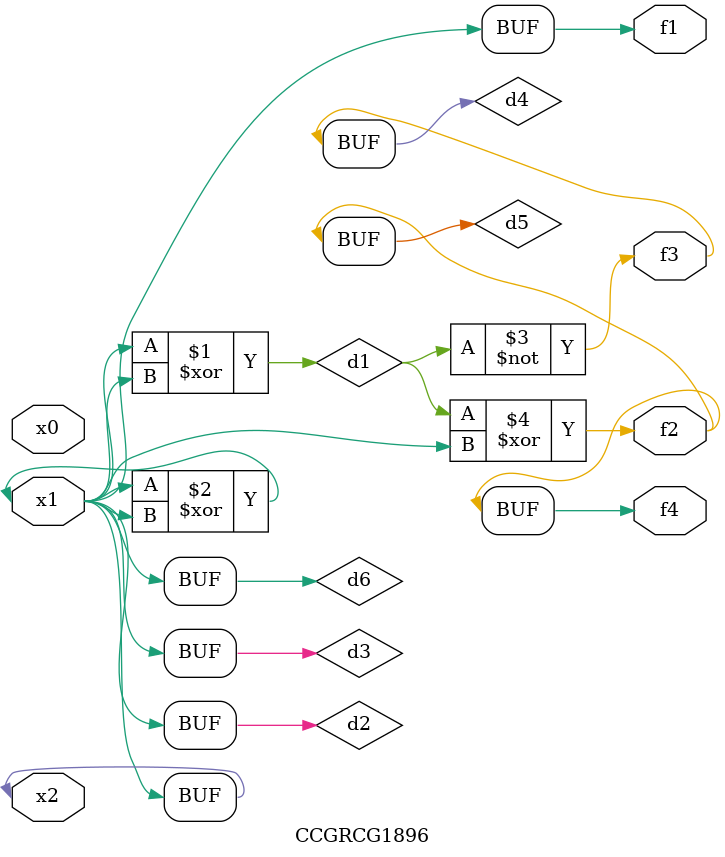
<source format=v>
module CCGRCG1896(
	input x0, x1, x2,
	output f1, f2, f3, f4
);

	wire d1, d2, d3, d4, d5, d6;

	xor (d1, x1, x2);
	buf (d2, x1, x2);
	xor (d3, x1, x2);
	nor (d4, d1);
	xor (d5, d1, d2);
	buf (d6, d2, d3);
	assign f1 = d6;
	assign f2 = d5;
	assign f3 = d4;
	assign f4 = d5;
endmodule

</source>
